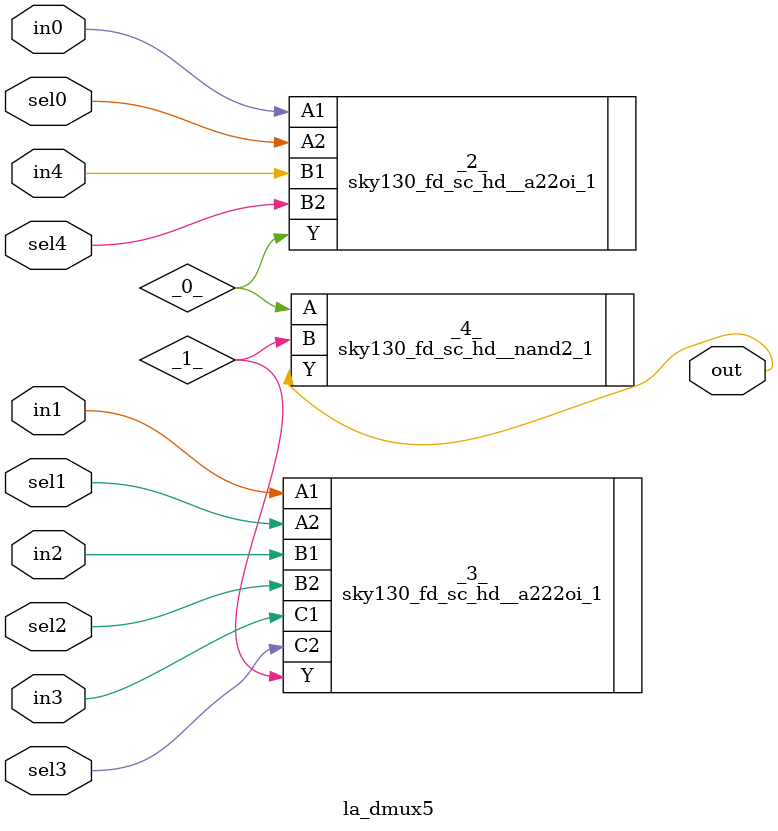
<source format=v>

/* Generated by Yosys 0.44 (git sha1 80ba43d26, g++ 11.4.0-1ubuntu1~22.04 -fPIC -O3) */

(* top =  1  *)
(* src = "generated" *)
module la_dmux5 (
    sel4,
    sel3,
    sel2,
    sel1,
    sel0,
    in4,
    in3,
    in2,
    in1,
    in0,
    out
);
  wire _0_;
  wire _1_;
  (* src = "generated" *)
  input in0;
  wire in0;
  (* src = "generated" *)
  input in1;
  wire in1;
  (* src = "generated" *)
  input in2;
  wire in2;
  (* src = "generated" *)
  input in3;
  wire in3;
  (* src = "generated" *)
  input in4;
  wire in4;
  (* src = "generated" *)
  output out;
  wire out;
  (* src = "generated" *)
  input sel0;
  wire sel0;
  (* src = "generated" *)
  input sel1;
  wire sel1;
  (* src = "generated" *)
  input sel2;
  wire sel2;
  (* src = "generated" *)
  input sel3;
  wire sel3;
  (* src = "generated" *)
  input sel4;
  wire sel4;
  sky130_fd_sc_hd__a22oi_1 _2_ (
      .A1(in0),
      .A2(sel0),
      .B1(in4),
      .B2(sel4),
      .Y (_0_)
  );
  sky130_fd_sc_hd__a222oi_1 _3_ (
      .A1(in1),
      .A2(sel1),
      .B1(in2),
      .B2(sel2),
      .C1(in3),
      .C2(sel3),
      .Y (_1_)
  );
  sky130_fd_sc_hd__nand2_1 _4_ (
      .A(_0_),
      .B(_1_),
      .Y(out)
  );
endmodule

</source>
